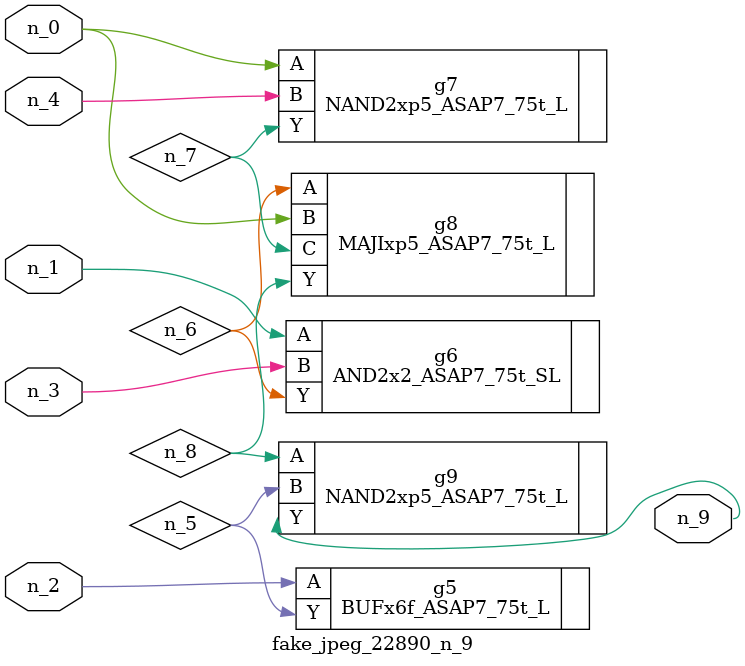
<source format=v>
module fake_jpeg_22890_n_9 (n_3, n_2, n_1, n_0, n_4, n_9);

input n_3;
input n_2;
input n_1;
input n_0;
input n_4;

output n_9;

wire n_8;
wire n_6;
wire n_5;
wire n_7;

BUFx6f_ASAP7_75t_L g5 ( 
.A(n_2),
.Y(n_5)
);

AND2x2_ASAP7_75t_SL g6 ( 
.A(n_1),
.B(n_3),
.Y(n_6)
);

NAND2xp5_ASAP7_75t_L g7 ( 
.A(n_0),
.B(n_4),
.Y(n_7)
);

MAJIxp5_ASAP7_75t_L g8 ( 
.A(n_6),
.B(n_0),
.C(n_7),
.Y(n_8)
);

NAND2xp5_ASAP7_75t_L g9 ( 
.A(n_8),
.B(n_5),
.Y(n_9)
);


endmodule
</source>
